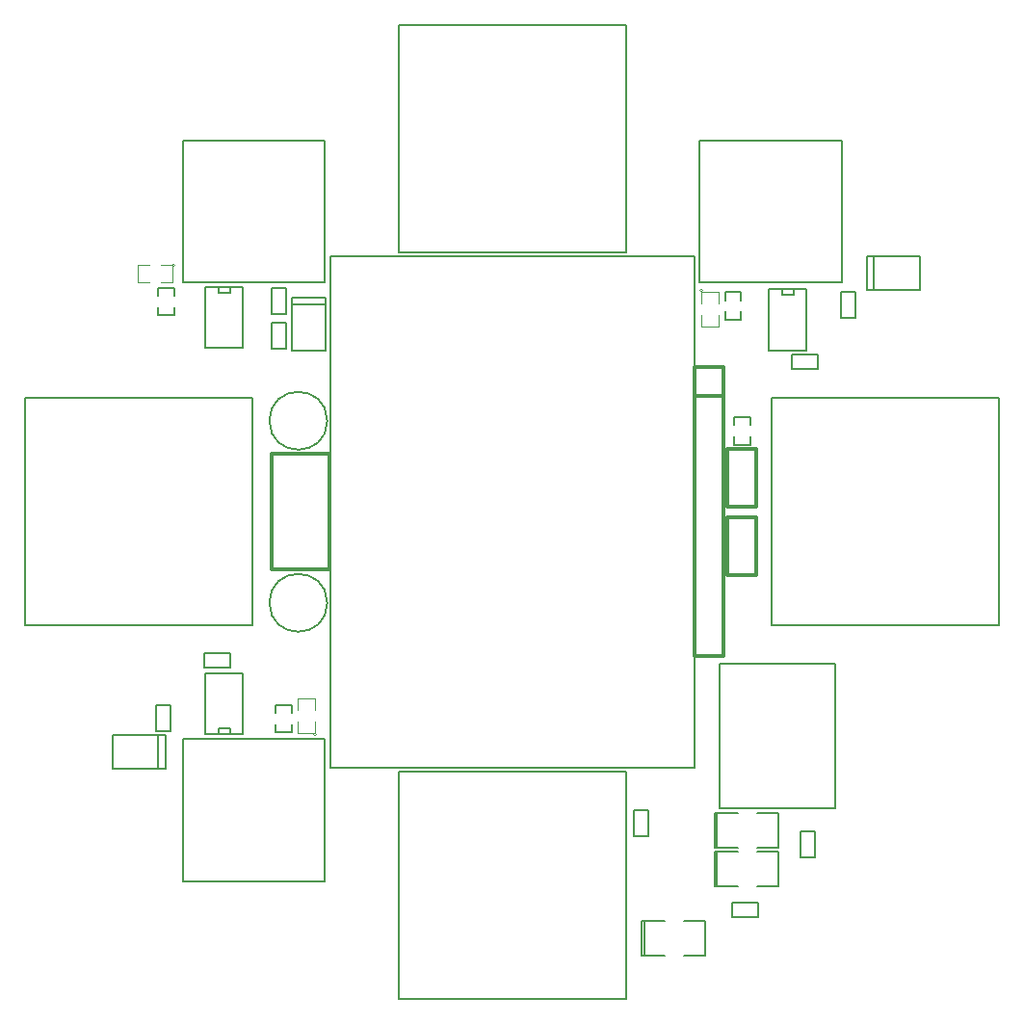
<source format=gto>
G04 (created by PCBNEW (2013-07-07 BZR 4022)-stable) date 12/08/2015 01:07:20*
%MOIN*%
G04 Gerber Fmt 3.4, Leading zero omitted, Abs format*
%FSLAX34Y34*%
G01*
G70*
G90*
G04 APERTURE LIST*
%ADD10C,0.00590551*%
%ADD11C,0.00787402*%
%ADD12C,0.005*%
%ADD13C,0.0039*%
%ADD14C,0.012*%
G04 APERTURE END LIST*
G54D10*
G54D11*
X72440Y-50196D02*
X72440Y-67913D01*
X85039Y-50196D02*
X72440Y-50196D01*
X85039Y-67913D02*
X85039Y-50196D01*
X72440Y-67913D02*
X85039Y-67913D01*
G54D12*
X68129Y-53385D02*
X68129Y-51279D01*
X69429Y-51279D02*
X69429Y-53385D01*
X69429Y-53385D02*
X68129Y-53385D01*
X69429Y-51279D02*
X68129Y-51279D01*
X68979Y-51272D02*
X68979Y-51472D01*
X68979Y-51472D02*
X68579Y-51472D01*
X68579Y-51472D02*
X68579Y-51272D01*
X69429Y-64645D02*
X69429Y-66751D01*
X68129Y-66751D02*
X68129Y-64645D01*
X68129Y-64645D02*
X69429Y-64645D01*
X68129Y-66751D02*
X69429Y-66751D01*
X68579Y-66758D02*
X68579Y-66558D01*
X68579Y-66558D02*
X68979Y-66558D01*
X68979Y-66558D02*
X68979Y-66758D01*
X87617Y-53464D02*
X87617Y-51358D01*
X88917Y-51358D02*
X88917Y-53464D01*
X88917Y-53464D02*
X87617Y-53464D01*
X88917Y-51358D02*
X87617Y-51358D01*
X88467Y-51351D02*
X88467Y-51551D01*
X88467Y-51551D02*
X88067Y-51551D01*
X88067Y-51551D02*
X88067Y-51351D01*
X83230Y-73218D02*
X83230Y-74418D01*
X84680Y-74418D02*
X85430Y-74418D01*
X85430Y-74418D02*
X85430Y-73218D01*
X85430Y-73218D02*
X84680Y-73218D01*
X84030Y-73218D02*
X83230Y-73218D01*
X83309Y-73218D02*
X83309Y-74418D01*
X83230Y-74418D02*
X84030Y-74418D01*
X85750Y-70817D02*
X85750Y-72017D01*
X87200Y-72017D02*
X87950Y-72017D01*
X87950Y-72017D02*
X87950Y-70817D01*
X87950Y-70817D02*
X87200Y-70817D01*
X86550Y-70817D02*
X85750Y-70817D01*
X85829Y-70817D02*
X85829Y-72017D01*
X85750Y-72017D02*
X86550Y-72017D01*
X85750Y-69478D02*
X85750Y-70678D01*
X87200Y-70678D02*
X87950Y-70678D01*
X87950Y-70678D02*
X87950Y-69478D01*
X87950Y-69478D02*
X87200Y-69478D01*
X86550Y-69478D02*
X85750Y-69478D01*
X85829Y-69478D02*
X85829Y-70678D01*
X85750Y-70678D02*
X86550Y-70678D01*
G54D13*
X85340Y-51397D02*
G75*
G03X85340Y-51397I-50J0D01*
G74*
G01*
X85290Y-51847D02*
X85290Y-51447D01*
X85290Y-51447D02*
X85890Y-51447D01*
X85890Y-51447D02*
X85890Y-51847D01*
X85890Y-52247D02*
X85890Y-52647D01*
X85890Y-52647D02*
X85290Y-52647D01*
X85290Y-52647D02*
X85290Y-52247D01*
X71964Y-66752D02*
G75*
G03X71964Y-66752I-50J0D01*
G74*
G01*
X71914Y-66302D02*
X71914Y-66702D01*
X71914Y-66702D02*
X71314Y-66702D01*
X71314Y-66702D02*
X71314Y-66302D01*
X71314Y-65902D02*
X71314Y-65502D01*
X71314Y-65502D02*
X71914Y-65502D01*
X71914Y-65502D02*
X71914Y-65902D01*
X67077Y-50526D02*
G75*
G03X67077Y-50526I-50J0D01*
G74*
G01*
X66577Y-50526D02*
X66977Y-50526D01*
X66977Y-50526D02*
X66977Y-51126D01*
X66977Y-51126D02*
X66577Y-51126D01*
X66177Y-51126D02*
X65777Y-51126D01*
X65777Y-51126D02*
X65777Y-50526D01*
X65777Y-50526D02*
X66177Y-50526D01*
G54D12*
X67046Y-51574D02*
X67046Y-51296D01*
X67046Y-51296D02*
X66496Y-51296D01*
X66496Y-51296D02*
X66496Y-51574D01*
X67046Y-52246D02*
X67046Y-51968D01*
X67046Y-52246D02*
X66496Y-52246D01*
X66496Y-52246D02*
X66496Y-51968D01*
X86652Y-51732D02*
X86652Y-51454D01*
X86652Y-51454D02*
X86102Y-51454D01*
X86102Y-51454D02*
X86102Y-51732D01*
X86652Y-52404D02*
X86652Y-52126D01*
X86652Y-52404D02*
X86102Y-52404D01*
X86102Y-52404D02*
X86102Y-52126D01*
X86967Y-56062D02*
X86967Y-55784D01*
X86967Y-55784D02*
X86417Y-55784D01*
X86417Y-55784D02*
X86417Y-56062D01*
X86967Y-56734D02*
X86967Y-56456D01*
X86967Y-56734D02*
X86417Y-56734D01*
X86417Y-56734D02*
X86417Y-56456D01*
X70551Y-66417D02*
X70551Y-66695D01*
X70551Y-66695D02*
X71101Y-66695D01*
X71101Y-66695D02*
X71101Y-66417D01*
X70551Y-65745D02*
X70551Y-66023D01*
X70551Y-65745D02*
X71101Y-65745D01*
X71101Y-65745D02*
X71101Y-66023D01*
X83438Y-69392D02*
X83438Y-70292D01*
X83438Y-70292D02*
X82938Y-70292D01*
X82938Y-70292D02*
X82938Y-69392D01*
X82938Y-69392D02*
X83438Y-69392D01*
X89226Y-70101D02*
X89226Y-71001D01*
X89226Y-71001D02*
X88726Y-71001D01*
X88726Y-71001D02*
X88726Y-70101D01*
X88726Y-70101D02*
X89226Y-70101D01*
X90104Y-52339D02*
X90104Y-51439D01*
X90104Y-51439D02*
X90604Y-51439D01*
X90604Y-51439D02*
X90604Y-52339D01*
X90604Y-52339D02*
X90104Y-52339D01*
X70419Y-52221D02*
X70419Y-51321D01*
X70419Y-51321D02*
X70919Y-51321D01*
X70919Y-51321D02*
X70919Y-52221D01*
X70919Y-52221D02*
X70419Y-52221D01*
X68093Y-63962D02*
X68993Y-63962D01*
X68993Y-63962D02*
X68993Y-64462D01*
X68993Y-64462D02*
X68093Y-64462D01*
X68093Y-64462D02*
X68093Y-63962D01*
X89308Y-54108D02*
X88408Y-54108D01*
X88408Y-54108D02*
X88408Y-53608D01*
X88408Y-53608D02*
X89308Y-53608D01*
X89308Y-53608D02*
X89308Y-54108D01*
X66903Y-65731D02*
X66903Y-66631D01*
X66903Y-66631D02*
X66403Y-66631D01*
X66403Y-66631D02*
X66403Y-65731D01*
X66403Y-65731D02*
X66903Y-65731D01*
X70419Y-53402D02*
X70419Y-52502D01*
X70419Y-52502D02*
X70919Y-52502D01*
X70919Y-52502D02*
X70919Y-53402D01*
X70919Y-53402D02*
X70419Y-53402D01*
G54D14*
X87192Y-61236D02*
X86192Y-61236D01*
X86192Y-61236D02*
X86192Y-59236D01*
X86192Y-59236D02*
X87192Y-59236D01*
X87192Y-59236D02*
X87192Y-61236D01*
X86192Y-56874D02*
X87192Y-56874D01*
X87192Y-56874D02*
X87192Y-58874D01*
X87192Y-58874D02*
X86192Y-58874D01*
X86192Y-58874D02*
X86192Y-56874D01*
X85051Y-54055D02*
X86051Y-54055D01*
X86051Y-54055D02*
X86051Y-64055D01*
X86051Y-64055D02*
X85051Y-64055D01*
X85051Y-64055D02*
X85051Y-54055D01*
X85051Y-55055D02*
X86051Y-55055D01*
X72417Y-57055D02*
X72417Y-61055D01*
X72417Y-61055D02*
X70417Y-61055D01*
X70417Y-61055D02*
X70417Y-57055D01*
X70417Y-57055D02*
X72417Y-57055D01*
G54D10*
X85216Y-46200D02*
X90137Y-46200D01*
X90137Y-46200D02*
X90137Y-51122D01*
X90137Y-51122D02*
X85216Y-51122D01*
X85216Y-51122D02*
X85216Y-46200D01*
X72263Y-51122D02*
X67342Y-51122D01*
X67342Y-51122D02*
X67342Y-46200D01*
X67342Y-46200D02*
X72263Y-46200D01*
X72263Y-46200D02*
X72263Y-51122D01*
X72263Y-71830D02*
X67342Y-71830D01*
X67342Y-71830D02*
X67342Y-66909D01*
X67342Y-66909D02*
X72263Y-66909D01*
X72263Y-66909D02*
X72263Y-71830D01*
X91259Y-51377D02*
X91259Y-50196D01*
X92834Y-51377D02*
X91023Y-51377D01*
X91023Y-51377D02*
X91023Y-50196D01*
X91023Y-50196D02*
X92834Y-50196D01*
X92834Y-50196D02*
X92834Y-51377D01*
X71102Y-51889D02*
X72283Y-51889D01*
X71102Y-53464D02*
X71102Y-51653D01*
X71102Y-51653D02*
X72283Y-51653D01*
X72283Y-51653D02*
X72283Y-53464D01*
X72283Y-53464D02*
X71102Y-53464D01*
X66496Y-66771D02*
X66496Y-67952D01*
X64921Y-66771D02*
X66732Y-66771D01*
X66732Y-66771D02*
X66732Y-67952D01*
X66732Y-67952D02*
X64921Y-67952D01*
X64921Y-67952D02*
X64921Y-66771D01*
G54D12*
X72339Y-62204D02*
G75*
G03X72339Y-62204I-1001J0D01*
G74*
G01*
X72339Y-55905D02*
G75*
G03X72339Y-55905I-1001J0D01*
G74*
G01*
X87261Y-73084D02*
X86361Y-73084D01*
X86361Y-73084D02*
X86361Y-72584D01*
X86361Y-72584D02*
X87261Y-72584D01*
X87261Y-72584D02*
X87261Y-73084D01*
G54D10*
X87716Y-62992D02*
X87716Y-55118D01*
X87716Y-55118D02*
X95590Y-55118D01*
X95590Y-55118D02*
X95590Y-62992D01*
X95590Y-62992D02*
X87716Y-62992D01*
X61889Y-62992D02*
X61889Y-55118D01*
X61889Y-55118D02*
X69763Y-55118D01*
X69763Y-55118D02*
X69763Y-62992D01*
X69763Y-62992D02*
X61889Y-62992D01*
X74803Y-68031D02*
X82677Y-68031D01*
X82677Y-68031D02*
X82677Y-75905D01*
X82677Y-75905D02*
X74803Y-75905D01*
X74803Y-75905D02*
X74803Y-68031D01*
X74803Y-42204D02*
X82677Y-42204D01*
X82677Y-42204D02*
X82677Y-50078D01*
X82677Y-50078D02*
X74803Y-50078D01*
X74803Y-50078D02*
X74803Y-42204D01*
X85913Y-69322D02*
X85913Y-64322D01*
X85913Y-64322D02*
X89913Y-64322D01*
X89913Y-64322D02*
X89913Y-69322D01*
X89913Y-69322D02*
X85913Y-69322D01*
M02*

</source>
